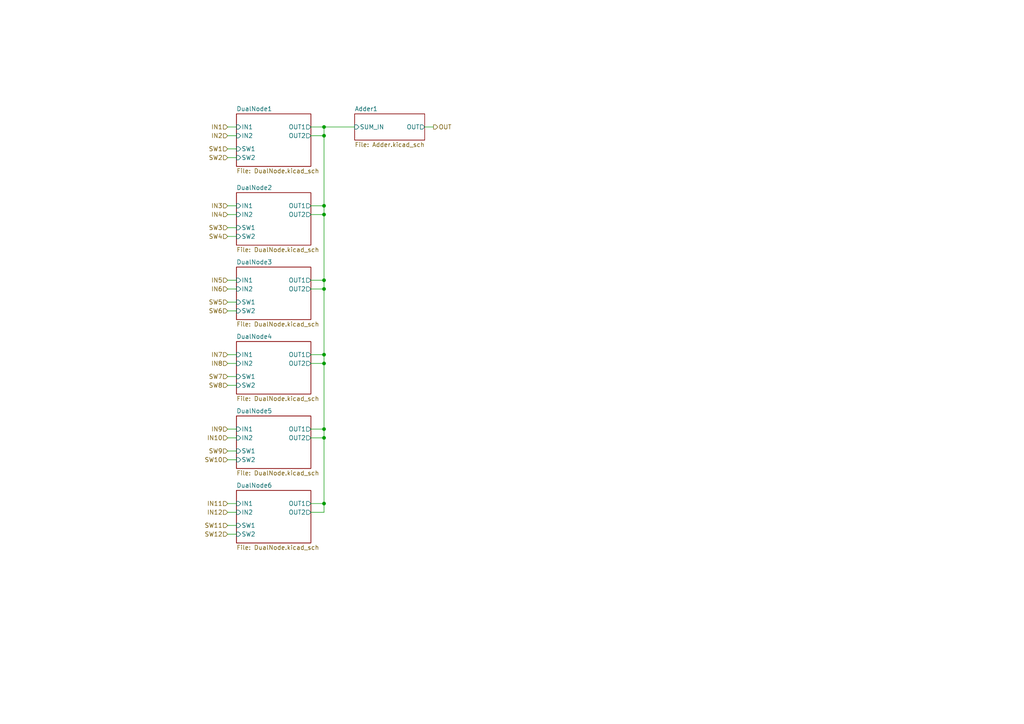
<source format=kicad_sch>
(kicad_sch (version 20221004) (generator eeschema)
  (paper "A4")
  (lib_symbols)
  (junction (at 93.98 83.82))
  (junction (at 93.98 102.87))
  (junction (at 93.98 105.41))
  (junction (at 93.98 127))
  (junction (at 93.98 36.83))
  (junction (at 93.98 39.37))
  (junction (at 93.98 81.28))
  (junction (at 93.98 62.23))
  (junction (at 93.98 146.05))
  (junction (at 93.98 59.69))
  (junction (at 93.98 124.46))
  (wire (pts (xy 93.98 39.37) (xy 93.98 36.83)))
  (wire (pts (xy 93.98 148.59) (xy 93.98 146.05)))
  (wire (pts (xy 90.17 127) (xy 93.98 127)))
  (wire (pts (xy 93.98 124.46) (xy 93.98 105.41)))
  (wire (pts (xy 90.17 36.83) (xy 93.98 36.83)))
  (wire (pts (xy 93.98 59.69) (xy 93.98 39.37)))
  (wire (pts (xy 66.04 111.76) (xy 68.58 111.76)))
  (wire (pts (xy 66.04 39.37) (xy 68.58 39.37)))
  (wire (pts (xy 93.98 81.28) (xy 93.98 62.23)))
  (wire (pts (xy 90.17 124.46) (xy 93.98 124.46)))
  (wire (pts (xy 93.98 83.82) (xy 93.98 81.28)))
  (wire (pts (xy 123.19 36.83) (xy 125.73 36.83)))
  (wire (pts (xy 66.04 43.18) (xy 68.58 43.18)))
  (wire (pts (xy 66.04 130.81) (xy 68.58 130.81)))
  (wire (pts (xy 90.17 39.37) (xy 93.98 39.37)))
  (wire (pts (xy 66.04 81.28) (xy 68.58 81.28)))
  (wire (pts (xy 66.04 36.83) (xy 68.58 36.83)))
  (wire (pts (xy 66.04 124.46) (xy 68.58 124.46)))
  (wire (pts (xy 93.98 36.83) (xy 102.87 36.83)))
  (wire (pts (xy 66.04 45.72) (xy 68.58 45.72)))
  (wire (pts (xy 66.04 87.63) (xy 68.58 87.63)))
  (wire (pts (xy 66.04 127) (xy 68.58 127)))
  (wire (pts (xy 90.17 59.69) (xy 93.98 59.69)))
  (wire (pts (xy 90.17 105.41) (xy 93.98 105.41)))
  (wire (pts (xy 93.98 62.23) (xy 93.98 59.69)))
  (wire (pts (xy 90.17 148.59) (xy 93.98 148.59)))
  (wire (pts (xy 93.98 105.41) (xy 93.98 102.87)))
  (wire (pts (xy 66.04 83.82) (xy 68.58 83.82)))
  (wire (pts (xy 93.98 102.87) (xy 93.98 83.82)))
  (wire (pts (xy 66.04 102.87) (xy 68.58 102.87)))
  (wire (pts (xy 66.04 148.59) (xy 68.58 148.59)))
  (wire (pts (xy 66.04 90.17) (xy 68.58 90.17)))
  (wire (pts (xy 90.17 83.82) (xy 93.98 83.82)))
  (wire (pts (xy 66.04 109.22) (xy 68.58 109.22)))
  (wire (pts (xy 66.04 152.4) (xy 68.58 152.4)))
  (wire (pts (xy 66.04 105.41) (xy 68.58 105.41)))
  (wire (pts (xy 66.04 133.35) (xy 68.58 133.35)))
  (wire (pts (xy 90.17 81.28) (xy 93.98 81.28)))
  (wire (pts (xy 93.98 127) (xy 93.98 124.46)))
  (wire (pts (xy 66.04 66.04) (xy 68.58 66.04)))
  (wire (pts (xy 66.04 59.69) (xy 68.58 59.69)))
  (wire (pts (xy 66.04 146.05) (xy 68.58 146.05)))
  (wire (pts (xy 66.04 154.94) (xy 68.58 154.94)))
  (wire (pts (xy 66.04 68.58) (xy 68.58 68.58)))
  (wire (pts (xy 90.17 146.05) (xy 93.98 146.05)))
  (wire (pts (xy 66.04 62.23) (xy 68.58 62.23)))
  (wire (pts (xy 90.17 62.23) (xy 93.98 62.23)))
  (wire (pts (xy 90.17 102.87) (xy 93.98 102.87)))
  (wire (pts (xy 93.98 146.05) (xy 93.98 127)))
  (hierarchical_label "SW3" (shape input) (at 66.04 66.04 180))
  (hierarchical_label "SW10" (shape input) (at 66.04 133.35 180))
  (hierarchical_label "SW1" (shape input) (at 66.04 43.18 180))
  (hierarchical_label "SW5" (shape input) (at 66.04 87.63 180))
  (hierarchical_label "OUT" (shape output) (at 125.73 36.83 0))
  (hierarchical_label "IN1" (shape input) (at 66.04 36.83 180))
  (hierarchical_label "SW7" (shape input) (at 66.04 109.22 180))
  (hierarchical_label "SW9" (shape input) (at 66.04 130.81 180))
  (hierarchical_label "SW6" (shape input) (at 66.04 90.17 180))
  (hierarchical_label "IN12" (shape input) (at 66.04 148.59 180))
  (hierarchical_label "IN11" (shape input) (at 66.04 146.05 180))
  (hierarchical_label "SW4" (shape input) (at 66.04 68.58 180))
  (hierarchical_label "SW11" (shape input) (at 66.04 152.4 180))
  (hierarchical_label "SW12" (shape input) (at 66.04 154.94 180))
  (hierarchical_label "IN5" (shape input) (at 66.04 81.28 180))
  (hierarchical_label "IN6" (shape input) (at 66.04 83.82 180))
  (hierarchical_label "IN7" (shape input) (at 66.04 102.87 180))
  (hierarchical_label "IN9" (shape input) (at 66.04 124.46 180))
  (hierarchical_label "IN4" (shape input) (at 66.04 62.23 180))
  (hierarchical_label "IN10" (shape input) (at 66.04 127 180))
  (hierarchical_label "IN2" (shape input) (at 66.04 39.37 180))
  (hierarchical_label "IN3" (shape input) (at 66.04 59.69 180))
  (hierarchical_label "IN8" (shape input) (at 66.04 105.41 180))
  (hierarchical_label "SW2" (shape input) (at 66.04 45.72 180))
  (hierarchical_label "SW8" (shape input) (at 66.04 111.76 180))
  (sheet (at 68.58 55.88) (size 21.59 15.24) (stroke (width 0.1524))
    (property "Sheetname" "DualNode2" (at 68.58 55.1684 0) (effects (justify left bottom)))
    (property "Sheetfile" "DualNode.kicad_sch" (at 68.58 71.7046 0) (effects (justify left top)))
    (pin "OUT1" output (at 90.17 59.69 0))
    (pin "OUT2" output (at 90.17 62.23 0))
    (pin "IN1" input (at 68.58 59.69 180))
    (pin "SW1" input (at 68.58 66.04 180))
    (pin "SW2" input (at 68.58 68.58 180))
    (pin "IN2" input (at 68.58 62.23 180))
  )
  (sheet (at 102.87 33.02) (size 20.32 7.62) (stroke (width 0.1524))
    (property "Sheetname" "Adder1" (at 102.87 32.3084 0) (effects (justify left bottom)))
    (property "Sheetfile" "Adder.kicad_sch" (at 102.87 41.2246 0) (effects (justify left top)))
    (pin "SUM_IN" input (at 102.87 36.83 180))
    (pin "OUT" output (at 123.19 36.83 0))
  )
  (sheet (at 68.58 33.02) (size 21.59 15.24) (stroke (width 0.1524))
    (property "Sheetname" "DualNode1" (at 68.58 32.3084 0) (effects (justify left bottom)))
    (property "Sheetfile" "DualNode.kicad_sch" (at 68.58 48.8446 0) (effects (justify left top)))
    (pin "OUT1" output (at 90.17 36.83 0))
    (pin "OUT2" output (at 90.17 39.37 0))
    (pin "IN1" input (at 68.58 36.83 180))
    (pin "SW1" input (at 68.58 43.18 180))
    (pin "SW2" input (at 68.58 45.72 180))
    (pin "IN2" input (at 68.58 39.37 180))
  )
  (sheet (at 68.58 77.47) (size 21.59 15.24) (stroke (width 0.1524))
    (property "Sheetname" "DualNode3" (at 68.58 76.7584 0) (effects (justify left bottom)))
    (property "Sheetfile" "DualNode.kicad_sch" (at 68.58 93.2946 0) (effects (justify left top)))
    (pin "OUT1" output (at 90.17 81.28 0))
    (pin "OUT2" output (at 90.17 83.82 0))
    (pin "IN1" input (at 68.58 81.28 180))
    (pin "SW1" input (at 68.58 87.63 180))
    (pin "SW2" input (at 68.58 90.17 180))
    (pin "IN2" input (at 68.58 83.82 180))
  )
  (sheet (at 68.58 99.06) (size 21.59 15.24) (stroke (width 0.1524))
    (property "Sheetname" "DualNode4" (at 68.58 98.3484 0) (effects (justify left bottom)))
    (property "Sheetfile" "DualNode.kicad_sch" (at 68.58 114.8846 0) (effects (justify left top)))
    (pin "OUT1" output (at 90.17 102.87 0))
    (pin "OUT2" output (at 90.17 105.41 0))
    (pin "IN1" input (at 68.58 102.87 180))
    (pin "SW1" input (at 68.58 109.22 180))
    (pin "SW2" input (at 68.58 111.76 180))
    (pin "IN2" input (at 68.58 105.41 180))
  )
  (sheet (at 68.58 142.24) (size 21.59 15.24) (stroke (width 0.1524))
    (property "Sheetname" "DualNode6" (at 68.58 141.5284 0) (effects (justify left bottom)))
    (property "Sheetfile" "DualNode.kicad_sch" (at 68.58 158.0646 0) (effects (justify left top)))
    (pin "OUT1" output (at 90.17 146.05 0))
    (pin "OUT2" output (at 90.17 148.59 0))
    (pin "IN1" input (at 68.58 146.05 180))
    (pin "SW1" input (at 68.58 152.4 180))
    (pin "SW2" input (at 68.58 154.94 180))
    (pin "IN2" input (at 68.58 148.59 180))
  )
  (sheet (at 68.58 120.65) (size 21.59 15.24) (stroke (width 0.1524))
    (property "Sheetname" "DualNode5" (at 68.58 119.9384 0) (effects (justify left bottom)))
    (property "Sheetfile" "DualNode.kicad_sch" (at 68.58 136.4746 0) (effects (justify left top)))
    (pin "OUT1" output (at 90.17 124.46 0))
    (pin "OUT2" output (at 90.17 127 0))
    (pin "IN1" input (at 68.58 124.46 180))
    (pin "SW1" input (at 68.58 130.81 180))
    (pin "SW2" input (at 68.58 133.35 180))
    (pin "IN2" input (at 68.58 127 180))
  )
)
</source>
